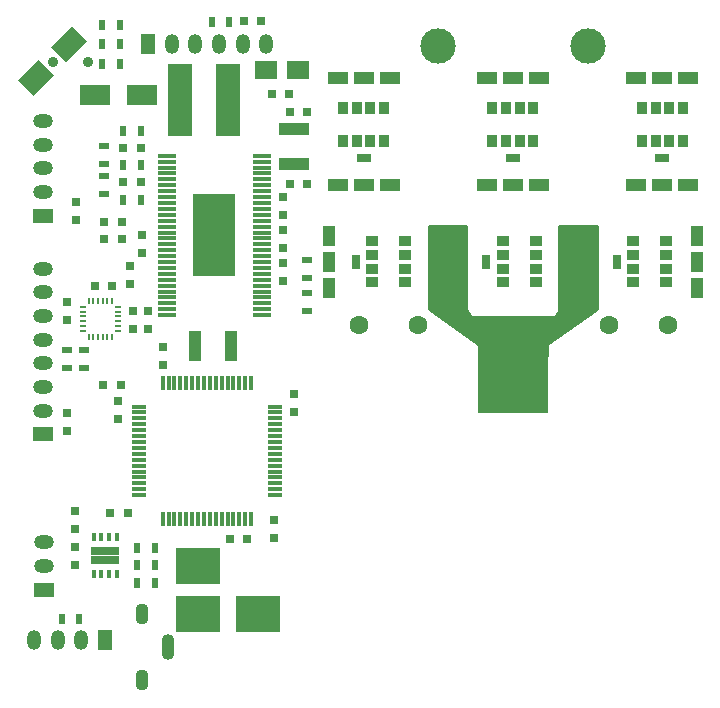
<source format=gts>
G04 #@! TF.GenerationSoftware,KiCad,Pcbnew,(5.1.5-0)*
G04 #@! TF.CreationDate,2020-08-14T10:55:26+08:00*
G04 #@! TF.ProjectId,TESC,54455343-2e6b-4696-9361-645f70636258,A*
G04 #@! TF.SameCoordinates,Original*
G04 #@! TF.FileFunction,Soldermask,Top*
G04 #@! TF.FilePolarity,Negative*
%FSLAX46Y46*%
G04 Gerber Fmt 4.6, Leading zero omitted, Abs format (unit mm)*
G04 Created by KiCad (PCBNEW (5.1.5-0)) date 2020-08-14 10:55:26*
%MOMM*%
%LPD*%
G04 APERTURE LIST*
%ADD10R,2.000000X6.200000*%
%ADD11R,3.810000X3.048000*%
%ADD12R,1.699260X1.099820*%
%ADD13R,0.850900X1.099820*%
%ADD14R,1.300480X0.701040*%
%ADD15R,1.099820X1.699260*%
%ADD16R,1.099820X0.850900*%
%ADD17R,0.701040X1.300480*%
%ADD18C,0.900000*%
%ADD19R,0.800000X0.750000*%
%ADD20O,0.200000X0.550000*%
%ADD21O,0.550000X0.200000*%
%ADD22R,2.500000X1.800000*%
%ADD23O,1.100000X2.200000*%
%ADD24O,1.100000X1.800000*%
%ADD25R,0.750000X0.800000*%
%ADD26R,1.501140X0.299720*%
%ADD27R,3.599180X7.000240*%
%ADD28R,0.304800X1.193800*%
%ADD29R,1.193800X0.304800*%
%ADD30C,0.100000*%
%ADD31R,0.350000X0.650000*%
%ADD32R,1.200000X0.775000*%
%ADD33R,1.950000X1.500000*%
%ADD34R,1.000000X2.500000*%
%ADD35R,2.500000X1.000000*%
%ADD36R,0.500000X0.900000*%
%ADD37R,0.900000X0.500000*%
%ADD38C,1.600000*%
%ADD39O,1.699260X1.198880*%
%ADD40R,1.699260X1.198880*%
%ADD41C,3.000000*%
%ADD42O,1.198880X1.699260*%
%ADD43R,1.198880X1.699260*%
%ADD44R,6.000000X5.000000*%
%ADD45C,0.254000*%
G04 APERTURE END LIST*
D10*
X133572000Y-62738000D03*
X129572000Y-62738000D03*
D11*
X131064000Y-102235000D03*
X131064000Y-106299000D03*
X136144000Y-106299000D03*
D12*
X155534360Y-60906660D03*
X159933640Y-60906660D03*
X157734000Y-60906660D03*
X159933640Y-69905880D03*
X155534360Y-69905880D03*
X157734000Y-69905880D03*
D13*
X159463740Y-63454280D03*
X159463740Y-66255900D03*
X156004260Y-63454280D03*
X156004260Y-66255900D03*
X157154880Y-63454280D03*
X158313120Y-63454280D03*
X158313120Y-66255900D03*
X157154880Y-66255900D03*
D14*
X157734000Y-67655440D03*
D15*
X162219340Y-74254360D03*
X162219340Y-78653640D03*
X162219340Y-76454000D03*
X153220120Y-78653640D03*
X153220120Y-74254360D03*
X153220120Y-76454000D03*
D16*
X159671720Y-78183740D03*
X156870100Y-78183740D03*
X159671720Y-74724260D03*
X156870100Y-74724260D03*
X159671720Y-75874880D03*
X159671720Y-77033120D03*
X156870100Y-77033120D03*
X156870100Y-75874880D03*
D17*
X155470560Y-76454000D03*
D12*
X168193360Y-60906660D03*
X172592640Y-60906660D03*
X170393000Y-60906660D03*
X172592640Y-69905880D03*
X168193360Y-69905880D03*
X170393000Y-69905880D03*
D13*
X172122740Y-63454280D03*
X172122740Y-66255900D03*
X168663260Y-63454280D03*
X168663260Y-66255900D03*
X169813880Y-63454280D03*
X170972120Y-63454280D03*
X170972120Y-66255900D03*
X169813880Y-66255900D03*
D14*
X170393000Y-67655440D03*
D15*
X173281340Y-74254360D03*
X173281340Y-78653640D03*
X173281340Y-76454000D03*
X164282120Y-78653640D03*
X164282120Y-74254360D03*
X164282120Y-76454000D03*
D16*
X170733720Y-78183740D03*
X167932100Y-78183740D03*
X170733720Y-74724260D03*
X167932100Y-74724260D03*
X170733720Y-75874880D03*
X170733720Y-77033120D03*
X167932100Y-77033120D03*
X167932100Y-75874880D03*
D17*
X166532560Y-76454000D03*
D12*
X142887360Y-60906660D03*
X147286640Y-60906660D03*
X145087000Y-60906660D03*
X147286640Y-69905880D03*
X142887360Y-69905880D03*
X145087000Y-69905880D03*
D13*
X146816740Y-63454280D03*
X146816740Y-66255900D03*
X143357260Y-63454280D03*
X143357260Y-66255900D03*
X144507880Y-63454280D03*
X145666120Y-63454280D03*
X145666120Y-66255900D03*
X144507880Y-66255900D03*
D14*
X145087000Y-67655440D03*
D15*
X151183340Y-74254360D03*
X151183340Y-78653640D03*
X151183340Y-76454000D03*
X142184120Y-78653640D03*
X142184120Y-74254360D03*
X142184120Y-76454000D03*
D16*
X148635720Y-78183740D03*
X145834100Y-78183740D03*
X148635720Y-74724260D03*
X145834100Y-74724260D03*
X148635720Y-75874880D03*
X148635720Y-77033120D03*
X145834100Y-77033120D03*
X145834100Y-75874880D03*
D17*
X144434560Y-76454000D03*
D18*
X121769000Y-59492000D03*
X118769000Y-59492000D03*
D19*
X123646500Y-97746000D03*
X125146500Y-97746000D03*
D20*
X121809000Y-82780000D03*
X122209000Y-82780000D03*
X122609000Y-82780000D03*
X123009000Y-82780000D03*
X123409000Y-82780000D03*
X123809000Y-82780000D03*
D21*
X124309000Y-82280000D03*
X124309000Y-81880000D03*
X124309000Y-81480000D03*
X124309000Y-81080000D03*
X124309000Y-80680000D03*
X124309000Y-80280000D03*
D20*
X123809000Y-79780000D03*
X123409000Y-79780000D03*
X123009000Y-79780000D03*
X122609000Y-79780000D03*
X122209000Y-79780000D03*
X121809000Y-79780000D03*
D21*
X121309000Y-80280000D03*
X121309000Y-80680000D03*
X121309000Y-81080000D03*
X121309000Y-81480000D03*
X121309000Y-81880000D03*
X121309000Y-82280000D03*
D22*
X126333000Y-62357000D03*
X122333000Y-62357000D03*
D23*
X128519000Y-109100000D03*
D24*
X126369000Y-111900000D03*
X126369000Y-106300000D03*
D25*
X120015000Y-81395000D03*
X120015000Y-79895000D03*
D26*
X136461500Y-76471780D03*
X136461500Y-75971400D03*
X136461500Y-75471020D03*
X136461500Y-74970640D03*
X136461500Y-74470260D03*
X136461500Y-73972420D03*
X136461500Y-73472040D03*
X136461500Y-72971660D03*
X136461500Y-72471280D03*
X136461500Y-71970900D03*
X136461500Y-71470520D03*
X136461500Y-80970120D03*
X136461500Y-80472280D03*
X136461500Y-79971900D03*
X128460500Y-75471020D03*
X136461500Y-78971140D03*
X136461500Y-78470760D03*
X136461500Y-77970380D03*
X136461500Y-77472540D03*
X136461500Y-76972160D03*
X128460500Y-72971660D03*
X128460500Y-73472040D03*
X128460500Y-73972420D03*
X128460500Y-74470260D03*
X128460500Y-74970640D03*
X136461500Y-79471520D03*
X128460500Y-75971400D03*
X128460500Y-76471780D03*
X128460500Y-76972160D03*
X128460500Y-77472540D03*
X128460500Y-77970380D03*
X128460500Y-78470760D03*
X128460500Y-78971140D03*
X128460500Y-67472560D03*
X128460500Y-67970400D03*
X128460500Y-68470780D03*
X128460500Y-68971160D03*
X128460500Y-69471540D03*
X128460500Y-69971920D03*
X128460500Y-70472300D03*
X128460500Y-70970140D03*
X128460500Y-71470520D03*
X128460500Y-71970900D03*
X128460500Y-72471280D03*
X128460500Y-79471520D03*
X128460500Y-79971900D03*
X128460500Y-80472280D03*
X128460500Y-80970120D03*
X136461500Y-70970140D03*
X136461500Y-70472300D03*
X136461500Y-69971920D03*
X136461500Y-69471540D03*
X136461500Y-68971160D03*
X136461500Y-68470780D03*
X136461500Y-67970400D03*
X136461500Y-67472560D03*
D27*
X132461000Y-74168000D03*
D28*
X135576000Y-86706001D03*
X135076001Y-86706001D03*
X134576000Y-86706001D03*
X134076001Y-86706001D03*
X133575999Y-86706001D03*
X133076000Y-86706001D03*
X132576001Y-86706001D03*
X132076000Y-86706001D03*
X131576000Y-86706001D03*
X131075999Y-86706001D03*
X130576000Y-86706001D03*
X130076001Y-86706001D03*
X129575999Y-86706001D03*
X129076000Y-86706001D03*
X128575999Y-86706001D03*
X128076000Y-86706001D03*
D29*
X126076001Y-88706000D03*
X126076001Y-89205999D03*
X126076001Y-89706000D03*
X126076001Y-90205999D03*
X126076001Y-90706001D03*
X126076001Y-91206000D03*
X126076001Y-91705999D03*
X126076001Y-92206000D03*
X126076001Y-92706000D03*
X126076001Y-93206001D03*
X126076001Y-93706000D03*
X126076001Y-94205999D03*
X126076001Y-94706001D03*
X126076001Y-95206000D03*
X126076001Y-95706001D03*
X126076001Y-96206000D03*
D28*
X128076000Y-98205999D03*
X128575999Y-98205999D03*
X129076000Y-98205999D03*
X129575999Y-98205999D03*
X130076001Y-98205999D03*
X130576000Y-98205999D03*
X131075999Y-98205999D03*
X131576000Y-98205999D03*
X132076000Y-98205999D03*
X132576001Y-98205999D03*
X133076000Y-98205999D03*
X133575999Y-98205999D03*
X134076001Y-98205999D03*
X134576000Y-98205999D03*
X135076001Y-98205999D03*
X135576000Y-98205999D03*
D29*
X137575999Y-96206000D03*
X137575999Y-95706001D03*
X137575999Y-95206000D03*
X137575999Y-94706001D03*
X137575999Y-94205999D03*
X137575999Y-93706000D03*
X137575999Y-93206001D03*
X137575999Y-92706000D03*
X137575999Y-92206000D03*
X137575999Y-91705999D03*
X137575999Y-91206000D03*
X137575999Y-90706001D03*
X137575999Y-90205999D03*
X137575999Y-89706000D03*
X137575999Y-89205999D03*
X137575999Y-88706000D03*
D30*
G36*
X117083299Y-62370494D02*
G01*
X115810506Y-61097701D01*
X117578273Y-59329934D01*
X118851066Y-60602727D01*
X117083299Y-62370494D01*
G37*
G36*
X119911727Y-59542066D02*
G01*
X118638934Y-58269273D01*
X120406701Y-56501506D01*
X121679494Y-57774299D01*
X119911727Y-59542066D01*
G37*
D31*
X124200000Y-99789500D03*
X123550000Y-99789500D03*
X122900000Y-99789500D03*
X122250000Y-99789500D03*
X122250000Y-102889500D03*
X122900000Y-102889500D03*
X123550000Y-102889500D03*
X124200000Y-102889500D03*
D32*
X122625000Y-101727000D03*
X123825000Y-101727000D03*
X122625000Y-100952000D03*
X123825000Y-100952000D03*
D33*
X139551000Y-60198000D03*
X136801000Y-60198000D03*
D34*
X133834000Y-83566000D03*
X130834000Y-83566000D03*
D35*
X139192000Y-68175000D03*
X139192000Y-65175000D03*
D36*
X127445200Y-100711000D03*
X125945200Y-100711000D03*
X127445200Y-102108000D03*
X125945200Y-102108000D03*
X127445200Y-103632000D03*
X125945200Y-103632000D03*
D37*
X123113800Y-70727000D03*
X123113800Y-69227000D03*
X123113800Y-68136200D03*
X123113800Y-66636200D03*
D36*
X124751400Y-68249800D03*
X126251400Y-68249800D03*
X124751400Y-71196200D03*
X126251400Y-71196200D03*
X124726000Y-65354200D03*
X126226000Y-65354200D03*
X119519000Y-106680000D03*
X121019000Y-106680000D03*
X133719000Y-56134000D03*
X132219000Y-56134000D03*
X124448000Y-56388000D03*
X122948000Y-56388000D03*
X124448000Y-58039000D03*
X122948000Y-58039000D03*
X124448000Y-59690000D03*
X122948000Y-59690000D03*
D37*
X140335000Y-76339000D03*
X140335000Y-77839000D03*
X140335000Y-79133000D03*
X140335000Y-80633000D03*
D25*
X120015000Y-90793000D03*
X120015000Y-89293000D03*
X137541000Y-98310000D03*
X137541000Y-99810000D03*
D19*
X133743000Y-99949000D03*
X135243000Y-99949000D03*
D25*
X124269500Y-89777000D03*
X124269500Y-88277000D03*
X128143000Y-85205000D03*
X128143000Y-83705000D03*
X120751600Y-72886000D03*
X120751600Y-71386000D03*
X139192000Y-87654000D03*
X139192000Y-89154000D03*
D19*
X124625800Y-73101200D03*
X123125800Y-73101200D03*
X124625800Y-74549000D03*
X123125800Y-74549000D03*
X126251400Y-69723000D03*
X124751400Y-69723000D03*
D25*
X125349000Y-78347000D03*
X125349000Y-76847000D03*
D19*
X124726000Y-66802000D03*
X126226000Y-66802000D03*
D25*
X126365000Y-74180000D03*
X126365000Y-75680000D03*
X126873000Y-80657000D03*
X126873000Y-82157000D03*
D19*
X140323000Y-63754000D03*
X138823000Y-63754000D03*
D25*
X138303000Y-71005000D03*
X138303000Y-72505000D03*
X138303000Y-73799000D03*
X138303000Y-75299000D03*
X138303000Y-76593000D03*
X138303000Y-78093000D03*
D19*
X140323000Y-69850000D03*
X138823000Y-69850000D03*
X137299000Y-62230000D03*
X138799000Y-62230000D03*
D25*
X120650000Y-97548000D03*
X120650000Y-99048000D03*
X120650000Y-102096000D03*
X120650000Y-100596000D03*
D19*
X124511500Y-86868000D03*
X123011500Y-86868000D03*
X134936800Y-56083200D03*
X136436800Y-56083200D03*
D25*
X125603000Y-82157000D03*
X125603000Y-80657000D03*
D19*
X122313000Y-78486000D03*
X123813000Y-78486000D03*
D38*
X144726000Y-81788000D03*
X149726000Y-81788000D03*
X170842000Y-81788000D03*
X165842000Y-81788000D03*
D39*
X118000000Y-102201520D03*
X118000000Y-100200000D03*
D40*
X118000000Y-104203040D03*
D41*
X151384000Y-58166000D03*
X164084000Y-58166000D03*
D42*
X117182900Y-108458000D03*
X121183400Y-108458000D03*
X119181880Y-108458000D03*
D43*
X123184920Y-108458000D03*
D42*
X136851260Y-58000000D03*
X134849740Y-58000000D03*
X132848220Y-58000000D03*
X128847720Y-58000000D03*
X130849240Y-58000000D03*
D43*
X126846200Y-58000000D03*
D39*
X117983000Y-77045760D03*
X117983000Y-85049300D03*
X117983000Y-89049800D03*
X117983000Y-87048280D03*
D40*
X117983000Y-91051320D03*
D39*
X117983000Y-83045240D03*
X117983000Y-81043720D03*
X117983000Y-79044740D03*
X117983000Y-64545500D03*
X117983000Y-66547020D03*
X117983000Y-70547520D03*
X117983000Y-68546000D03*
D40*
X117983000Y-72549040D03*
D44*
X157734000Y-86800000D03*
D37*
X120015000Y-85459000D03*
X120015000Y-83959000D03*
X121412000Y-85459000D03*
X121412000Y-83959000D03*
D45*
G36*
X153797000Y-80518000D02*
G01*
X153799440Y-80542776D01*
X153806667Y-80566601D01*
X153822400Y-80594200D01*
X154203400Y-81102200D01*
X154220218Y-81120557D01*
X154240294Y-81135280D01*
X154262857Y-81145804D01*
X154287039Y-81151724D01*
X154305000Y-81153000D01*
X161163000Y-81153000D01*
X161187776Y-81150560D01*
X161211601Y-81143333D01*
X161233557Y-81131597D01*
X161252803Y-81115803D01*
X161264600Y-81102200D01*
X161645600Y-80594200D01*
X161658514Y-80572915D01*
X161667027Y-80549519D01*
X161671000Y-80518000D01*
X161671000Y-73406000D01*
X164846000Y-73406000D01*
X164846000Y-80452039D01*
X160658161Y-83396104D01*
X160639295Y-83412350D01*
X160623962Y-83431964D01*
X160612749Y-83454192D01*
X160606088Y-83478181D01*
X160604200Y-83500000D01*
X160604200Y-84455000D01*
X154863800Y-84455000D01*
X154863800Y-83500000D01*
X154861360Y-83475224D01*
X154854133Y-83451399D01*
X154842397Y-83429443D01*
X154826603Y-83410197D01*
X154809839Y-83396104D01*
X150622000Y-80452039D01*
X150622000Y-73406000D01*
X153797000Y-73406000D01*
X153797000Y-80518000D01*
G37*
X153797000Y-80518000D02*
X153799440Y-80542776D01*
X153806667Y-80566601D01*
X153822400Y-80594200D01*
X154203400Y-81102200D01*
X154220218Y-81120557D01*
X154240294Y-81135280D01*
X154262857Y-81145804D01*
X154287039Y-81151724D01*
X154305000Y-81153000D01*
X161163000Y-81153000D01*
X161187776Y-81150560D01*
X161211601Y-81143333D01*
X161233557Y-81131597D01*
X161252803Y-81115803D01*
X161264600Y-81102200D01*
X161645600Y-80594200D01*
X161658514Y-80572915D01*
X161667027Y-80549519D01*
X161671000Y-80518000D01*
X161671000Y-73406000D01*
X164846000Y-73406000D01*
X164846000Y-80452039D01*
X160658161Y-83396104D01*
X160639295Y-83412350D01*
X160623962Y-83431964D01*
X160612749Y-83454192D01*
X160606088Y-83478181D01*
X160604200Y-83500000D01*
X160604200Y-84455000D01*
X154863800Y-84455000D01*
X154863800Y-83500000D01*
X154861360Y-83475224D01*
X154854133Y-83451399D01*
X154842397Y-83429443D01*
X154826603Y-83410197D01*
X154809839Y-83396104D01*
X150622000Y-80452039D01*
X150622000Y-73406000D01*
X153797000Y-73406000D01*
X153797000Y-80518000D01*
M02*

</source>
